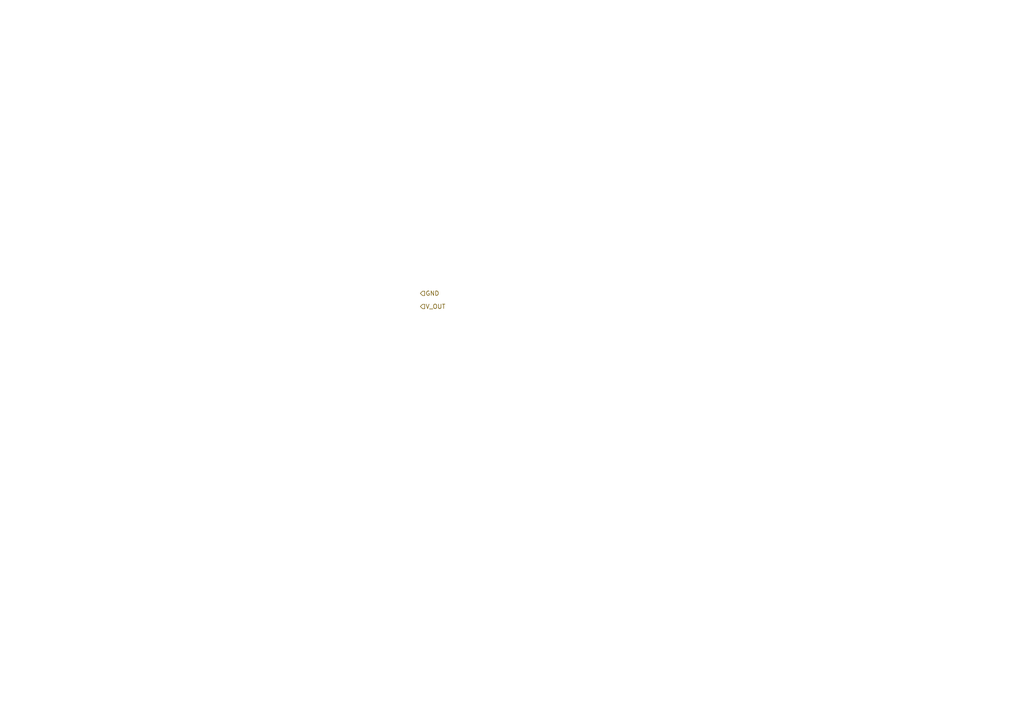
<source format=kicad_sch>
(kicad_sch
	(version 20250114)
	(generator "eeschema")
	(generator_version "9.0")
	(uuid "aa98c152-ed83-4f85-92d5-38997739dd32")
	(paper "A4")
	(lib_symbols)
	(hierarchical_label "V_OUT"
		(shape input)
		(at 121.92 88.9 0)
		(effects
			(font
				(size 1.27 1.27)
			)
			(justify left)
		)
		(uuid "643821d4-c2eb-41ef-ba2b-7e943b7046c7")
	)
	(hierarchical_label "GND"
		(shape input)
		(at 121.92 85.09 0)
		(effects
			(font
				(size 1.27 1.27)
			)
			(justify left)
		)
		(uuid "e1557527-9e0a-4b92-923d-697e20ec801e")
	)
)

</source>
